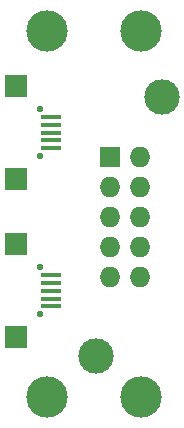
<source format=gbr>
G04 #@! TF.FileFunction,Soldermask,Top*
%FSLAX46Y46*%
G04 Gerber Fmt 4.6, Leading zero omitted, Abs format (unit mm)*
G04 Created by KiCad (PCBNEW 4.0.1-stable) date 7/2/2016 9:18:38 PM*
%MOMM*%
G01*
G04 APERTURE LIST*
%ADD10C,0.150000*%
%ADD11C,3.000000*%
%ADD12R,1.800000X0.400000*%
%ADD13C,0.550000*%
%ADD14R,1.900000X1.900000*%
%ADD15C,3.500000*%
%ADD16R,1.727200X1.727200*%
%ADD17O,1.727200X1.727200*%
G04 APERTURE END LIST*
D10*
D11*
X13800000Y-9550000D03*
D12*
X4400000Y-24700000D03*
X4400000Y-25350000D03*
X4400000Y-26000000D03*
X4400000Y-26650000D03*
X4400000Y-27300000D03*
D13*
X3475000Y-24000000D03*
X3475000Y-28000000D03*
D14*
X1375000Y-22050000D03*
X1375000Y-29950000D03*
D12*
X4400000Y-11300000D03*
X4400000Y-11950000D03*
X4400000Y-12600000D03*
X4400000Y-13250000D03*
X4400000Y-13900000D03*
D13*
X3475000Y-10600000D03*
X3475000Y-14600000D03*
D14*
X1375000Y-8650000D03*
X1375000Y-16550000D03*
D11*
X8150000Y-31500000D03*
D15*
X4000000Y-4000000D03*
X12000000Y-4000000D03*
X4000000Y-35000000D03*
X12000000Y-35000000D03*
D16*
X9400000Y-14700000D03*
D17*
X11940000Y-14700000D03*
X9400000Y-17240000D03*
X11940000Y-17240000D03*
X9400000Y-19780000D03*
X11940000Y-19780000D03*
X9400000Y-22320000D03*
X11940000Y-22320000D03*
X9400000Y-24860000D03*
X11940000Y-24860000D03*
M02*

</source>
